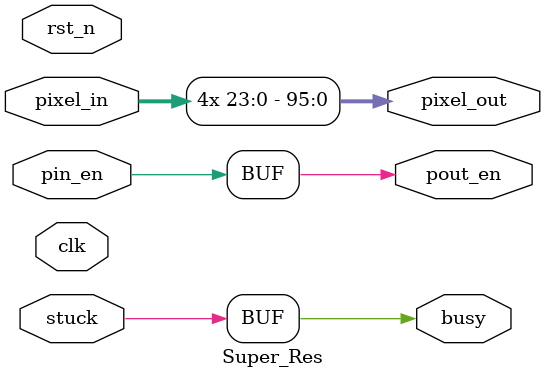
<source format=v>
module Super_Res #(
    parameter PIXEL_WIDTH = 24
) (
    input wire clk,
    input wire rst_n,
    input wire [PIXEL_WIDTH-1:0] pixel_in,// 低分像素输入
    output wire [PIXEL_WIDTH*4-1:0] pixel_out,// 四个一组高分像素输出
    input wire pin_en,// 1：外部告知模块输入数据有效
    output wire busy,// 1：模块告知外部正忙，拒收数据
    output wire pout_en,// 1：模块告知外部输出数据有效
    input wire stuck// 1：外部告知模块输出阻塞
);

assign pixel_out = {4{pixel_in}};
assign pout_en = pin_en;
assign busy = stuck;

endmodule
</source>
